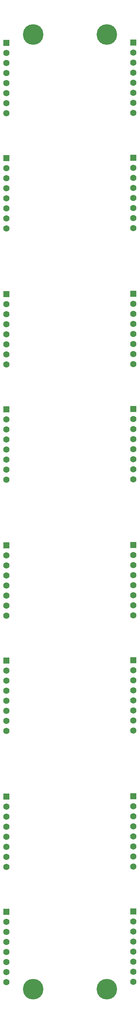
<source format=gbs>
G04 Layer: BottomSolderMaskLayer*
G04 EasyEDA v6.5.34, 2023-09-06 22:56:04*
G04 2fa0d92a81ff4a44aa565c36b1e7baf9,5a6b42c53f6a479593ecc07194224c93,10*
G04 Gerber Generator version 0.2*
G04 Scale: 100 percent, Rotated: No, Reflected: No *
G04 Dimensions in millimeters *
G04 leading zeros omitted , absolute positions ,4 integer and 5 decimal *
%FSLAX45Y45*%
%MOMM*%

%AMMACRO1*1,1,$1,$2,$3*1,1,$1,$4,$5*1,1,$1,0-$2,0-$3*1,1,$1,0-$4,0-$5*20,1,$1,$2,$3,$4,$5,0*20,1,$1,$4,$5,0-$2,0-$3,0*20,1,$1,0-$2,0-$3,0-$4,0-$5,0*20,1,$1,0-$4,0-$5,$2,$3,0*4,1,4,$2,$3,$4,$5,0-$2,0-$3,0-$4,0-$5,$2,$3,0*%
%ADD10MACRO1,0.1016X-0.75X0.75X-0.75X-0.75*%
%ADD11C,1.6016*%
%ADD12C,5.2032*%

%LPD*%
D10*
G01*
X5421302Y26715667D03*
D11*
G01*
X5421299Y26461669D03*
G01*
X5421299Y26207669D03*
G01*
X5421299Y25953669D03*
G01*
X5421299Y25699669D03*
G01*
X5421299Y25445669D03*
G01*
X5421299Y25191669D03*
G01*
X5421299Y24937669D03*
D10*
G01*
X8629500Y23812498D03*
D11*
G01*
X8629497Y23558500D03*
G01*
X8629497Y23304500D03*
G01*
X8629497Y23050500D03*
G01*
X8629497Y22796500D03*
G01*
X8629497Y22542500D03*
G01*
X8629497Y22288500D03*
G01*
X8629497Y22034500D03*
D10*
G01*
X5421302Y23807367D03*
D11*
G01*
X5421299Y23553369D03*
G01*
X5421299Y23299369D03*
G01*
X5421299Y23045369D03*
G01*
X5421299Y22791369D03*
G01*
X5421299Y22537369D03*
G01*
X5421299Y22283369D03*
G01*
X5421299Y22029369D03*
D10*
G01*
X8629500Y20370798D03*
D11*
G01*
X8629497Y20116800D03*
G01*
X8629497Y19862800D03*
G01*
X8629497Y19608800D03*
G01*
X8629497Y19354800D03*
G01*
X8629497Y19100800D03*
G01*
X8629497Y18846800D03*
G01*
X8629497Y18592800D03*
D10*
G01*
X5421302Y17457367D03*
D11*
G01*
X5421299Y17203369D03*
G01*
X5421299Y16949369D03*
G01*
X5421299Y16695369D03*
G01*
X5421299Y16441369D03*
G01*
X5421299Y16187369D03*
G01*
X5421299Y15933369D03*
G01*
X5421299Y15679369D03*
D10*
G01*
X8629500Y17462498D03*
D11*
G01*
X8629497Y17208500D03*
G01*
X8629497Y16954500D03*
G01*
X8629497Y16700500D03*
G01*
X8629497Y16446500D03*
G01*
X8629497Y16192500D03*
G01*
X8629497Y15938500D03*
G01*
X8629497Y15684500D03*
D10*
G01*
X5421302Y20365667D03*
D11*
G01*
X5421299Y20111669D03*
G01*
X5421299Y19857669D03*
G01*
X5421299Y19603669D03*
G01*
X5421299Y19349669D03*
G01*
X5421299Y19095669D03*
G01*
X5421299Y18841669D03*
G01*
X5421299Y18587669D03*
D10*
G01*
X8629500Y14020798D03*
D11*
G01*
X8629497Y13766800D03*
G01*
X8629497Y13512800D03*
G01*
X8629497Y13258800D03*
G01*
X8629497Y13004800D03*
G01*
X8629497Y12750800D03*
G01*
X8629497Y12496800D03*
G01*
X8629497Y12242800D03*
D10*
G01*
X5421302Y11107367D03*
D11*
G01*
X5421299Y10853369D03*
G01*
X5421299Y10599369D03*
G01*
X5421299Y10345369D03*
G01*
X5421299Y10091369D03*
G01*
X5421299Y9837369D03*
G01*
X5421299Y9583369D03*
G01*
X5421299Y9329369D03*
D10*
G01*
X8629500Y11112498D03*
D11*
G01*
X8629497Y10858500D03*
G01*
X8629497Y10604500D03*
G01*
X8629497Y10350500D03*
G01*
X8629497Y10096500D03*
G01*
X8629497Y9842500D03*
G01*
X8629497Y9588500D03*
G01*
X8629497Y9334500D03*
D10*
G01*
X5421302Y14015667D03*
D11*
G01*
X5421299Y13761669D03*
G01*
X5421299Y13507669D03*
G01*
X5421299Y13253669D03*
G01*
X5421299Y12999669D03*
G01*
X5421299Y12745669D03*
G01*
X5421299Y12491669D03*
G01*
X5421299Y12237669D03*
D10*
G01*
X8629500Y7670798D03*
D11*
G01*
X8629497Y7416800D03*
G01*
X8629497Y7162800D03*
G01*
X8629497Y6908800D03*
G01*
X8629497Y6654800D03*
G01*
X8629497Y6400800D03*
G01*
X8629497Y6146800D03*
G01*
X8629497Y5892800D03*
D10*
G01*
X5421302Y4757367D03*
D11*
G01*
X5421299Y4503369D03*
G01*
X5421299Y4249369D03*
G01*
X5421299Y3995369D03*
G01*
X5421299Y3741369D03*
G01*
X5421299Y3487369D03*
G01*
X5421299Y3233369D03*
G01*
X5421299Y2979369D03*
D10*
G01*
X8629500Y4762498D03*
D11*
G01*
X8629497Y4508500D03*
G01*
X8629497Y4254500D03*
G01*
X8629497Y4000500D03*
G01*
X8629497Y3746500D03*
G01*
X8629497Y3492500D03*
G01*
X8629497Y3238500D03*
G01*
X8629497Y2984500D03*
D10*
G01*
X5421302Y7665667D03*
D11*
G01*
X5421299Y7411669D03*
G01*
X5421299Y7157669D03*
G01*
X5421299Y6903669D03*
G01*
X5421299Y6649669D03*
G01*
X5421299Y6395669D03*
G01*
X5421299Y6141669D03*
G01*
X5421299Y5887669D03*
D10*
G01*
X8629500Y26720798D03*
D11*
G01*
X8629497Y26466800D03*
G01*
X8629497Y26212800D03*
G01*
X8629497Y25958800D03*
G01*
X8629497Y25704800D03*
G01*
X8629497Y25450800D03*
G01*
X8629497Y25196800D03*
G01*
X8629497Y24942800D03*
D12*
G01*
X6096000Y2794000D03*
G01*
X7957997Y2799105D03*
G01*
X7957997Y26929105D03*
G01*
X6096000Y26924000D03*
M02*

</source>
